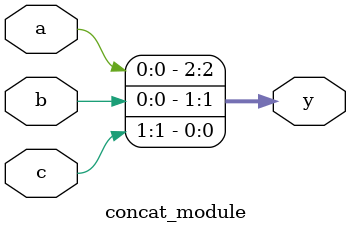
<source format=v>
module concat_module(
	input wire a,       
	input wire [1:0] b,    
	input wire [1:0] c,
	output wire [2:0] y
	);


	assign y = {a, b[0], c[1]};
	endmodule

	

</source>
